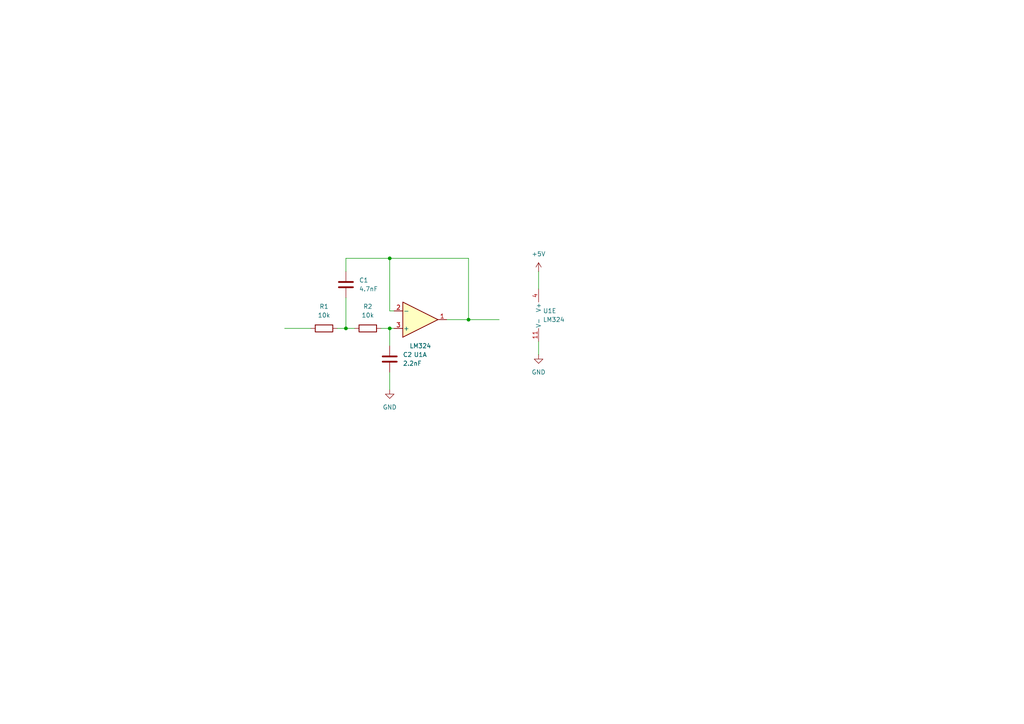
<source format=kicad_sch>
(kicad_sch (version 20231120) (generator "eeschema") (generator_version "8.0")
  (paper "A4")
  (lib_symbols
    (symbol "Amplifier_Operational:LM324" (pin_names (offset 0.127))
      (property "Reference" "U" (at 0 5.08 0))
      (property "Value" "LM324" (at 0 -5.08 0))
      (symbol "LM324_1_1"
        (polyline (pts (xy -5.08 5.08) (xy 5.08 0) (xy -5.08 -5.08) (xy -5.08 5.08)) (stroke (width 0.254)) (fill (type background)))
        (pin output line (at 7.62 0 180) (length 2.54) (name "~") (number "1"))
        (pin input line (at -7.62 -2.54 0) (length 2.54) (name "-") (number "2"))
        (pin input line (at -7.62 2.54 0) (length 2.54) (name "+") (number "3"))
      )
      (symbol "LM324_2_1"
        (polyline (pts (xy -5.08 5.08) (xy 5.08 0) (xy -5.08 -5.08) (xy -5.08 5.08)) (stroke (width 0.254)) (fill (type background)))
        (pin input line (at -7.62 2.54 0) (length 2.54) (name "+") (number "5"))
        (pin input line (at -7.62 -2.54 0) (length 2.54) (name "-") (number "6"))
        (pin output line (at 7.62 0 180) (length 2.54) (name "~") (number "7"))
      )
      (symbol "LM324_3_1"
        (polyline (pts (xy -5.08 5.08) (xy 5.08 0) (xy -5.08 -5.08) (xy -5.08 5.08)) (stroke (width 0.254)) (fill (type background)))
        (pin input line (at -7.62 2.54 0) (length 2.54) (name "+") (number "10"))
        (pin output line (at 7.62 0 180) (length 2.54) (name "~") (number "8"))
        (pin input line (at -7.62 -2.54 0) (length 2.54) (name "-") (number "9"))
      )
      (symbol "LM324_4_1"
        (polyline (pts (xy -5.08 5.08) (xy 5.08 0) (xy -5.08 -5.08) (xy -5.08 5.08)) (stroke (width 0.254)) (fill (type background)))
        (pin input line (at -7.62 2.54 0) (length 2.54) (name "+") (number "12"))
        (pin input line (at -7.62 -2.54 0) (length 2.54) (name "-") (number "13"))
        (pin output line (at 7.62 0 180) (length 2.54) (name "~") (number "14"))
      )
      (symbol "LM324_5_1"
        (pin power_in line (at -2.54 -7.62 90) (length 3.81) (name "V-") (number "11"))
        (pin power_in line (at -2.54 7.62 270) (length 3.81) (name "V+") (number "4"))
      )
    )
    (symbol "Device:C" (pin_numbers hide) (pin_names (offset 0.254))
      (property "Reference" "C" (at 0.635 2.54 0))
      (property "Value" "C" (at 0.635 -2.54 0))
      (symbol "C_0_1"
        (polyline (pts (xy -2.032 -0.762) (xy 2.032 -0.762)) (stroke (width 0.508)))
        (polyline (pts (xy -2.032 0.762) (xy 2.032 0.762)) (stroke (width 0.508)))
      )
      (symbol "C_1_1"
        (pin passive line (at 0 3.81 270) (length 2.794) (name "~") (number "1"))
        (pin passive line (at 0 -3.81 90) (length 2.794) (name "~") (number "2"))
      )
    )
    (symbol "Device:R" (pin_numbers hide) (pin_names (offset 0))
      (property "Reference" "R" (at 2.032 0 90))
      (property "Value" "R" (at 0 0 90))
      (symbol "R_0_1"
        (rectangle (start -1.016 -2.54) (end 1.016 2.54) (stroke (width 0.254)))
      )
      (symbol "R_1_1"
        (pin passive line (at 0 3.81 270) (length 1.27) (name "~") (number "1"))
        (pin passive line (at 0 -3.81 90) (length 1.27) (name "~") (number "2"))
      )
    )
    (symbol "power:+5V" (power) (pin_numbers hide) (pin_names (offset 0) hide)
      (property "Value" "+5V" (at 0 3.556 0))
      (symbol "+5V_0_1"
        (polyline (pts (xy -0.762 1.27) (xy 0 2.54)))
        (polyline (pts (xy 0 0) (xy 0 2.54)))
        (polyline (pts (xy 0 2.54) (xy 0.762 1.27)))
      )
      (symbol "+5V_1_1"
        (pin power_in line (at 0 0 90) (length 0) (name "~") (number "1"))
      )
    )
    (symbol "power:GND" (power) (pin_numbers hide) (pin_names (offset 0) hide)
      (property "Value" "GND" (at 0 -3.81 0))
      (symbol "GND_0_1"
        (polyline (pts (xy 0 0) (xy 0 -1.27) (xy 1.27 -1.27) (xy 0 -2.54) (xy -1.27 -1.27) (xy 0 -1.27)))
      )
      (symbol "GND_1_1"
        (pin power_in line (at 0 0 270) (length 0) (name "~") (number "1"))
      )
    )
  )
  (junction (at 135.89 92.71))
  (junction (at 113.03 74.93))
  (junction (at 100.33 95.25))
  (junction (at 113.03 95.25))
  (wire (pts (xy 113.03 74.93) (xy 100.33 74.93)))
  (wire (pts (xy 135.89 74.93) (xy 135.89 92.71)))
  (wire (pts (xy 135.89 92.71) (xy 129.54 92.71)))
  (wire (pts (xy 113.03 95.25) (xy 114.3 95.25)))
  (wire (pts (xy 156.21 78.74) (xy 156.21 83.82)))
  (wire (pts (xy 113.03 74.93) (xy 135.89 74.93)))
  (wire (pts (xy 156.21 99.06) (xy 156.21 102.87)))
  (wire (pts (xy 113.03 95.25) (xy 113.03 100.33)))
  (wire (pts (xy 110.49 95.25) (xy 113.03 95.25)))
  (wire (pts (xy 113.03 90.17) (xy 113.03 74.93)))
  (wire (pts (xy 100.33 95.25) (xy 97.79 95.25)))
  (wire (pts (xy 114.3 90.17) (xy 113.03 90.17)))
  (wire (pts (xy 113.03 107.95) (xy 113.03 113.03)))
  (wire (pts (xy 102.87 95.25) (xy 100.33 95.25)))
  (wire (pts (xy 100.33 86.36) (xy 100.33 95.25)))
  (wire (pts (xy 100.33 74.93) (xy 100.33 78.74)))
  (wire (pts (xy 135.89 92.71) (xy 144.78 92.71)))
  (wire (pts (xy 82.55 95.25) (xy 90.17 95.25)))
  (symbol (lib_id "Device:C") (at 113.03 104.14 0) (unit 1)
    (property "Reference" "C2" (at 116.84 102.8699 0) (effects (justify left)))
    (property "Value" "2.2nF" (at 116.84 105.4099 0) (effects (justify left)))
    (property "Description" "Unpolarized capacitor" (effects (hide yes)))
  )
  (symbol (lib_id "power:+5V") (at 156.21 78.74 0) (unit 1)
    (property "Reference" "#PWR03" (effects (hide yes)))
    (property "Value" "+5V" (at 156.21 73.66 0))
    (property "Description" "Power symbol creates a global label with name \"+5V\"" (effects (hide yes)))
  )
  (symbol (lib_id "Device:C") (at 100.33 82.55 0) (unit 1)
    (property "Reference" "C1" (at 104.14 81.2799 0) (effects (justify left)))
    (property "Value" "4.7nF" (at 104.14 83.8199 0) (effects (justify left)))
    (property "Description" "Unpolarized capacitor" (effects (hide yes)))
  )
  (symbol (lib_id "power:GND") (at 113.03 113.03 0) (unit 1)
    (property "Reference" "#PWR01" (effects (hide yes)))
    (property "Value" "GND" (at 113.03 118.11 0))
    (property "Description" "Power symbol creates a global label with name \"GND\" , ground" (effects (hide yes)))
  )
  (symbol (lib_id "Amplifier_Operational:LM324") (at 158.75 91.44 0) (unit 5)
    (property "Reference" "U1" (at 157.48 90.1699 0) (effects (justify left)))
    (property "Value" "LM324" (at 157.48 92.7099 0) (effects (justify left)))
    (property "Datasheet" "http://www.ti.com/lit/ds/symlink/lm2902-n.pdf" (effects (hide yes)))
    (property "Description" "Low-Power, Quad-Operational Amplifiers, DIP-14/SOIC-14/SSOP-14" (effects (hide yes)))
  )
  (symbol (lib_id "Device:R") (at 93.98 95.25 90) (unit 1)
    (property "Reference" "R1" (at 93.98 88.9 90))
    (property "Value" "10k" (at 93.98 91.44 90))
    (property "Description" "Resistor" (effects (hide yes)))
  )
  (symbol (lib_id "Amplifier_Operational:LM324") (at 121.92 92.71 0) (mirror x) (unit 1)
    (property "Reference" "U1" (at 121.92 102.87 0))
    (property "Value" "LM324" (at 121.92 100.33 0))
    (property "Datasheet" "http://www.ti.com/lit/ds/symlink/lm2902-n.pdf" (effects (hide yes)))
    (property "Description" "Low-Power, Quad-Operational Amplifiers, DIP-14/SOIC-14/SSOP-14" (effects (hide yes)))
  )
  (symbol (lib_id "power:GND") (at 156.21 102.87 0) (unit 1)
    (property "Reference" "#PWR02" (effects (hide yes)))
    (property "Value" "GND" (at 156.21 107.95 0))
    (property "Description" "Power symbol creates a global label with name \"GND\" , ground" (effects (hide yes)))
  )
  (symbol (lib_id "Device:R") (at 106.68 95.25 90) (unit 1)
    (property "Reference" "R2" (at 106.68 88.9 90))
    (property "Value" "10k" (at 106.68 91.44 90))
    (property "Description" "Resistor" (effects (hide yes)))
  )
)
</source>
